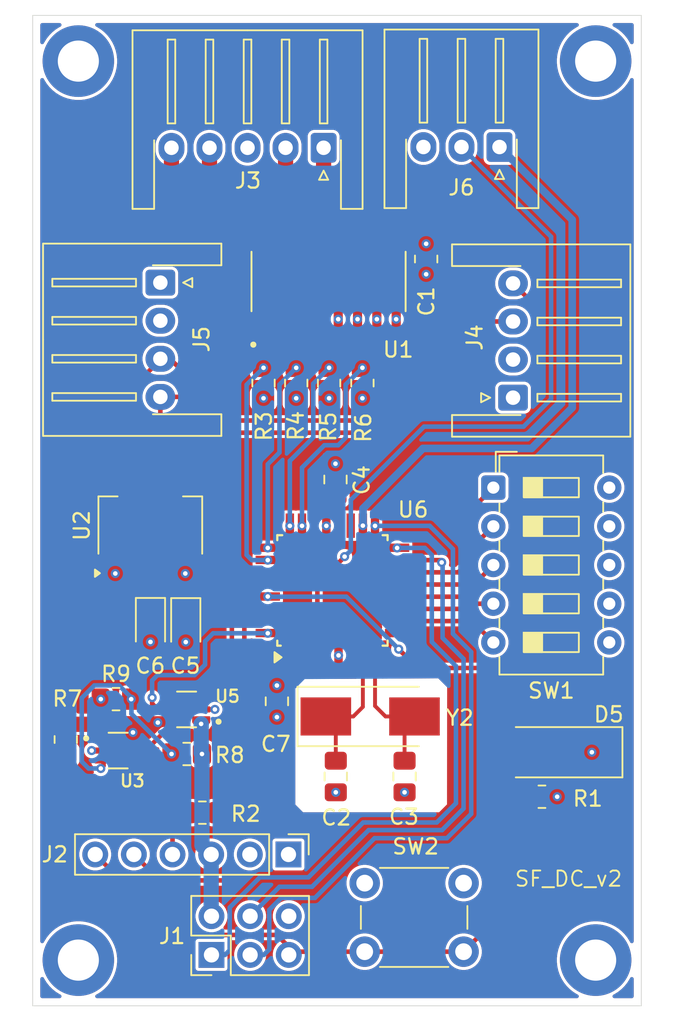
<source format=kicad_pcb>
(kicad_pcb (version 20241229) (generator "pcbnew") (generator_version "9.0")
  (layers (0 "F.Cu" signal) (4 "In1.Cu" signal) (6 "In2.Cu" signal) (2 "B.Cu" signal) (13 "F.Paste" user) (15 "B.Paste" user) (5 "F.SilkS" user "F.Silkscreen") (7 "B.SilkS" user "B.Silkscreen") (1 "F.Mask" user) (3 "B.Mask" user) (25 "Edge.Cuts" user))
  (net 0 "")
  (net 1 "/Microcontroller/XTAL1")
  (net 2 "GND")
  (net 3 "/Microcontroller/XTAL2")
  (net 4 "+5V")
  (net 5 "/Microcontroller/RESET")
  (net 6 "/Motor Control/MOTOR_A")
  (net 7 "/Motor Control/MOTOR_B")
  (net 8 "/Motor Control/MOTOR_C")
  (net 9 "/Motor Control/MOTOR_D")
  (net 10 "/Microcontroller/ICSP_SCK")
  (net 11 "/Microcontroller/ICSP_MISO")
  (net 12 "/Microcontroller/ICSP_MOSI")
  (net 13 "/Microcontroller/FTDI_RX")
  (net 14 "Net-(J2-Pin_4)")
  (net 15 "/SDA")
  (net 16 "/SCL")
  (net 17 "/ENDSTOP")
  (net 18 "/Microcontroller/MOTOR_CONT_A")
  (net 19 "/Microcontroller/MOTOR_CONT_B")
  (net 20 "/Microcontroller/MOTOR_CONT_C")
  (net 21 "/Microcontroller/MOTOR_CONT_D")
  (net 22 "/Microcontroller/FTDI_TX")
  (net 23 "/Microcontroller/ADDR_2")
  (net 24 "/Microcontroller/ADDR_3")
  (net 25 "/Microcontroller/ADDR_0")
  (net 26 "/Microcontroller/ADDR_4")
  (net 27 "/Microcontroller/ADDR_1")
  (net 28 "+12V")
  (net 29 "/5V_IN")
  (net 30 "/5V_COMM")
  (net 31 "Net-(U3-ST)")
  (net 32 "Net-(U3-~{CE})")
  (net 33 "/PWR_ST")
  (net 39 "Net-(U6-AREF)")
  (footprint "Resistor_SMD:R_0805_2012Metric_Pad1.20x1.40mm_HandSolder" (layer "F.Cu") (at 133.205 105.285)
    (property "Reference" "R9")
    (property "Value" "15k")
  )
  (footprint "Connector_PinHeader_2.54mm:PinHeader_2x03_P2.54mm_Vertical" (layer "F.Cu") (at 139.48 122.07 90)
    (property "Reference" "J1")
    (property "Value" "ICSP")
  )
  (footprint "MountingHole:MountingHole_2.7mm_M2.5_DIN965_Pad_TopBottom" (layer "F.Cu") (at 130.73 63.4125)
    (property "Reference" "H1" (hide yes))
    (property "Value" "MountingHole")
  )
  (footprint "Diode_SMD:D_SMA_Handsoldering" (layer "F.Cu") (at 161.98 108.77 180)
    (property "Reference" "D5")
    (property "Value" "1N4007")
  )
  (footprint "LM66100DCKR:SOT65P210X110-6N" (layer "F.Cu") (at 133.345 108.66)
    (property "Reference" "U3")
    (property "Value" "LM66100DCKR")
  )
  (footprint "Button_Switch_THT:SW_PUSH_6mm" (layer "F.Cu") (at 156.05 121.86 180)
    (property "Reference" "SW2")
    (property "Value" "SW_Push")
  )
  (footprint "LED_SMD:LED_0805_2012Metric_Pad1.15x1.40mm_HandSolder" (layer "F.Cu") (at 135.47 100.505 -90)
    (property "Reference" "C6")
    (property "Value" "10uF")
  )
  (footprint "Resistor_SMD:R_0805_2012Metric_Pad1.20x1.40mm_HandSolder" (layer "F.Cu") (at 147.21 84.54 -90)
    (property "Reference" "R5")
    (property "Value" "2.5K")
  )
  (footprint "Resistor_SMD:R_0805_2012Metric_Pad1.20x1.40mm_HandSolder" (layer "F.Cu") (at 153.59 76.4 90)
    (property "Reference" "C1")
    (property "Value" "10uF")
  )
  (footprint "Capacitor_SMD:C_0805_2012Metric_Pad1.18x1.45mm_HandSolder" (layer "F.Cu") (at 147.65 110.3625 90)
    (property "Reference" "C2")
    (property "Value" "18pF")
  )
  (footprint "Connector_JST:JST_XH_S3B-XH-A-1_1x03_P2.50mm_Horizontal" (layer "F.Cu") (at 158.41 69.05 180)
    (property "Reference" "J6")
    (property "Value" "ENDSTOP")
  )
  (footprint "MountingHole:MountingHole_2.7mm_M2.5_DIN965_Pad_TopBottom" (layer "F.Cu") (at 164.73 63.4125)
    (property "Reference" "H2" (hide yes))
    (property "Value" "MountingHole")
  )
  (footprint "Capacitor_SMD:C_0805_2012Metric_Pad1.18x1.45mm_HandSolder" (layer "F.Cu") (at 152.17 110.3625 90)
    (property "Reference" "C3")
    (property "Value" "18pF")
  )
  (footprint "Crystal:Crystal_SMD_0603-2Pin_6.0x3.5mm_HandSoldering" (layer "F.Cu") (at 149.91 106.4225)
    (property "Reference" "Y2")
    (property "Value" "16 MHz")
  )
  (footprint "Package_QFP:TQFP-32_7x7mm_P0.8mm" (layer "F.Cu") (at 147.43 98.15 90)
    (property "Reference" "U6")
    (property "Value" "ATmega328PB-A")
  )
  (footprint "Package_TO_SOT_SMD:SOT-223-3_TabPin2" (layer "F.Cu") (at 135.46 93.89 90)
    (property "Reference" "U2")
    (property "Value" "LD1117S50TR_SOT223")
  )
  (footprint "Capacitor_SMD:C_0805_2012Metric_Pad1.18x1.45mm_HandSolder" (layer "F.Cu") (at 147.63 90.8725 90)
    (property "Reference" "C4")
    (property "Value" ".1uF")
  )
  (footprint "Button_Switch_THT:SW_DIP_SPSTx05_Slide_6.7x14.26mm_W7.62mm_P2.54mm_LowProfile" (layer "F.Cu") (at 158.005 91.4025)
    (property "Reference" "SW1")
    (property "Value" "ADDR SELECTOR")
  )
  (footprint "Connector_JST:JST_XH_S4B-XH-A-1_1x04_P2.50mm_Horizontal" (layer "F.Cu") (at 159.3 85.5 90)
    (property "Reference" "J4")
    (property "Value" "DATA_IN")
  )
  (footprint "Resistor_SMD:R_0805_2012Metric_Pad1.20x1.40mm_HandSolder" (layer "F.Cu") (at 137.855 108.885)
    (property "Reference" "R8")
    (property "Value" "10k")
  )
  (footprint "Resistor_SMD:R_0805_2012Metric_Pad1.20x1.40mm_HandSolder" (layer "F.Cu") (at 138.88 112.735 180)
    (property "Reference" "R2")
    (property "Value" "1k")
  )
  (footprint "Connector_PinHeader_2.54mm:PinHeader_1x06_P2.54mm_Vertical" (layer "F.Cu") (at 144.54 115.48 -90)
    (property "Reference" "J2")
    (property "Value" "FTDI")
  )
  (footprint "Connector_JST:JST_XH_S5B-XH-A-1_1x05_P2.50mm_Horizontal" (layer "F.Cu") (at 146.85 69.1 180)
    (property "Reference" "J3")
    (property "Value" "MOTOR")
  )
  (footprint "LM66100DCKR:SOT65P210X110-6N" (layer "F.Cu") (at 137.845 105.96 180)
    (property "Reference" "U5")
    (property "Value" "LM66100DCKR")
  )
  (footprint "MountingHole:MountingHole_2.7mm_M2.5_DIN965_Pad_TopBottom" (layer "F.Cu") (at 164.73 122.4125)
    (property "Reference" "H4" (hide yes))
    (property "Value" "MountingHole")
  )
  (footprint "Resistor_SMD:R_0805_2012Metric_Pad1.20x1.40mm_HandSolder" (layer "F.Cu") (at 142.9 84.54 -90)
    (property "Reference" "R3")
    (property "Value" "2.5K")
  )
  (footprint "MountingHole:MountingHole_2.7mm_M2.5_DIN965_Pad_TopBottom" (layer "F.Cu") (at 130.73 122.4125)
    (property "Reference" "H3" (hide yes))
    (property "Value" "MountingHole")
  )
  (footprint "Resistor_SMD:R_0805_2012Metric_Pad1.20x1.40mm_HandSolder" (layer "F.Cu") (at 161.2 111.69 180)
    (property "Reference" "R1")
    (property "Value" "500R")
  )
  (footprint "Resistor_SMD:R_0805_2012Metric_Pad1.20x1.40mm_HandSolder" (layer "F.Cu") (at 149.4 84.54 -90)
    (property "Reference" "R6")
    (property "Value" "2.5K")
  )
  (footprint "Resistor_SMD:R_0805_2012Metric_Pad1.20x1.40mm_HandSolder" (layer "F.Cu") (at 145.05 84.54 -90)
    (property "Reference" "R4")
    (property "Value" "2.5K")
  )
  (footprint "Resistor_SMD:R_0805_2012Metric_Pad1.20x1.40mm_HandSolder" (layer "F.Cu") (at 129.905 107.935 90)
    (property "Reference" "R7")
    (property "Value" "10k")
  )
  (footprint "LED_SMD:LED_0805_2012Metric_Pad1.15x1.40mm_HandSolder" (layer "F.Cu") (at 137.79 100.515 -90)
    (property "Reference" "C5")
    (property "Value" "100uF")
  )
  (footprint "Capacitor_SMD:C_0805_2012Metric_Pad1.18x1.45mm_HandSolder" (layer "F.Cu") (at 143.78 105.4275 90)
    (property "Reference" "C7")
    (property "Value" "10uF")
  )
  (footprint "Connector_JST:JST_XH_S4B-XH-A-1_1x04_P2.50mm_Horizontal" (layer "F.Cu") (at 136.12 77.95 -90)
    (property "Reference" "J5")
    (property "Value" "DATA_OUT")
  )
  (footprint "TPL7407LDR:SOIC127P600X175-16N" (layer "F.Cu") (at 147.175 77.875 90)
    (property "Reference" "U1")
    (property "Value" "TPL7407LDR")
  )
  (gr_line (start 127.73 125.4125) (end 167.73 125.4125) (stroke (width 0.05)) (layer "Edge.Cuts"))
  (gr_line (start 167.73 60.4125) (end 127.73 60.4125) (stroke (width 0.05)) (layer "Edge.Cuts"))
  (gr_line (start 167.73 125.4125) (end 167.73 60.4125) (stroke (width 0.05)) (layer "Edge.Cuts"))
  (gr_line (start 127.73 60.4125) (end 127.73 125.4125) (stroke (width 0.05)) (layer "Edge.Cuts"))
  (gr_text "SF_DC_v2" (at 159.34 117.66 0) (layer "F.SilkS") (effects (font (size 1 1) (thickness 0.125)) (justify left bottom)))
  (segment (start 147.65 106.4825) (end 147.71 106.4225) (width 0.254) (layer "F.Cu") (net 1))
  (segment (start 147.71 106.4225) (end 148.8 106.4225) (width 0.254) (layer "F.Cu") (net 1))
  (segment (start 147.65 109.4125) (end 147.65 106.4825) (width 0.254) (layer "F.Cu") (net 1))
  (segment (start 148.8 106.4225) (end 149.43 105.7925) (width 0.254) (layer "F.Cu") (net 1))
  (segment (start 149.43 105.7925) (end 149.43 102.4125) (width 0.254) (layer "F.Cu") (net 1))
  (segment (start 132.385 108.66) (end 131.605 108.66) (width 0.3) (layer "F.Cu") (net 2))
  (segment (start 138.805 105.96) (end 139.705 105.96) (width 0.3) (layer "F.Cu") (net 2))
  (via (at 143.78 106.465) (size 0.6) (drill 0.3) (layers "F.Cu" "B.Cu") (net 2))
  (via (at 147.63 89.835) (size 0.6) (drill 0.3) (layers "F.Cu" "B.Cu") (net 2))
  (via (at 147.65 111.4) (size 0.6) (drill 0.3) (layers "F.Cu" "B.Cu") (net 2))
  (via (at 153.59 77.4) (size 0.6) (drill 0.3) (layers "F.Cu" "B.Cu") (net 2))
  (via (at 151.62 80.35) (size 0.6) (drill 0.3) (layers "F.Cu" "B.Cu") (net 2))
  (via (at 149.4 85.54) (size 0.6) (drill 0.3) (layers "F.Cu" "B.Cu") (net 2))
  (via (at 132.205 105.285) (size 0.6) (drill 0.3) (layers "F.Cu" "B.Cu") (net 2))
  (via (at 147.81 80.35) (size 0.6) (drill 0.3) (layers "F.Cu" "B.Cu") (net 2))
  (via (at 147.03 93.9125) (size 0.6) (drill 0.3) (layers "F.Cu" "B.Cu") (net 2))
  (via (at 135.47 101.53) (size 0.6) (drill 0.3) (layers "F.Cu" "B.Cu") (net 2))
  (via (at 142.9 85.54) (size 0.6) (drill 0.3) (layers "F.Cu" "B.Cu") (net 2))
  (via (at 133.16 97.04) (size 0.6) (drill 0.3) (layers "F.Cu" "B.Cu") (net 2))
  (via (at 131.605 108.66) (size 0.6) (drill 0.3) (layers "F.Cu" "B.Cu") (net 2))
  (via (at 152.17 111.4) (size 0.6) (drill 0.3) (layers "F.Cu" "B.Cu") (net 2))
  (via (at 147.83 102.4125) (size 0.6) (drill 0.3) (layers "F.Cu" "B.Cu") (net 2))
  (via (at 149.08 80.35) (size 0.6) (drill 0.3) (layers "F.Cu" "B.Cu") (net 2))
  (via (at 145.05 85.54) (size 0.6) (drill 0.3) (layers "F.Cu" "B.Cu") (net 2))
  (via (at 137.79 101.54) (size 0.6) (drill 0.3) (layers "F.Cu" "B.Cu") (net 2))
  (via (at 139.705 105.96) (size 0.6) (drill 0.3) (layers "F.Cu" "B.Cu") (net 2))
  (via (at 150.35 80.35) (size 0.6) (drill 0.3) (layers "F.Cu" "B.Cu") (net 2))
  (via (at 147.21 85.54) (size 0.6) (drill 0.3) (layers "F.Cu" "B.Cu") (net 2))
  (segment (start 152.11 106.4225) (end 150.92 106.4225) (width 0.254) (layer "F.Cu") (net 3))
  (segment (start 150.23 105.7325) (end 150.23 102.4125) (width 0.254) (layer "F.Cu") (net 3))
  (segment (start 152.17 106.4825) (end 152.11 106.4225) (width 0.254) (layer "F.Cu") (net 3))
  (segment (start 150.92 106.4225) (end 150.23 105.7325) (width 0.254) (layer "F.Cu") (net 3))
  (segment (start 152.17 109.4125) (end 152.17 106.4825) (width 0.254) (layer "F.Cu") (net 3))
  (segment (start 146.85 103.6925) (end 147.03 103.5125) (width 0.5) (layer "F.Cu") (net 4))
  (segment (start 143.78 104.39) (end 144.4775 103.6925) (width 0.5) (layer "F.Cu") (net 4))
  (segment (start 144.4775 103.6925) (end 146.85 103.6925) (width 0.5) (layer "F.Cu") (net 4))
  (segment (start 147.03 103.5125) (end 147.03 102.4125) (width 0.5) (layer "F.Cu") (net 4))
  (via (at 149.43 93.9) (size 0.6) (drill 0.3) (layers "F.Cu" "B.Cu") (net 4))
  (via (at 134.32 107.47) (size 0.6) (drill 0.3) (layers "F.Cu" "B.Cu") (net 4))
  (via (at 164.48 108.77) (size 0.6) (drill 0.3) (layers "F.Cu" "B.Cu") (net 4))
  (via (at 135.955 106.824518) (size 0.6) (drill 0.3) (layers "F.Cu" "B.Cu") (net 4))
  (via (at 143.78 104.39) (size 0.6) (drill 0.3) (layers "F.Cu" "B.Cu") (net 4))
  (via (at 162.2 111.69) (size 0.6) (drill 0.3) (layers "F.Cu" "B.Cu") (net 4))
  (segment (start 153.38 88.83) (end 160.52 88.83) (width 0.5) (layer "B.Cu") (net 4))
  (segment (start 160.52 88.83) (end 163.19 86.16) (width 0.5) (layer "B.Cu") (net 4))
  (segment (start 163.19 86.16) (end 163.19 73.83) (width 0.5) (layer "B.Cu") (net 4))
  (segment (start 149.44 93.89) (end 149.44 92.77) (width 0.5) (layer "B.Cu") (net 4))
  (segment (start 149.43 93.9) (end 149.44 93.89) (width 0.5) (layer "B.Cu") (net 4))
  (segment (start 149.44 92.77) (end 153.38 88.83) (width 0.5) (layer "B.Cu") (net 4))
  (segment (start 163.19 73.83) (end 158.41 69.05) (width 0.5) (layer "B.Cu") (net 4))
  (segment (start 153.02 103.24) (end 157.16 103.24) (width 0.3) (layer "F.Cu") (net 5))
  (segment (start 160.2 111.69) (end 160.2 110.66) (width 0.3) (layer "F.Cu") (net 5))
  (segment (start 160.2 117.71) (end 160.2 111.69) (width 0.3) (layer "F.Cu") (net 5))
  (segment (start 156.05 121.86) (end 160.2 117.71) (width 0.3) (layer "F.Cu") (net 5))
  (segment (start 149.55 121.86) (end 156.05 121.86) (width 0.3) (layer "F.Cu") (net 5))
  (segment (start 149.55 121.86) (end 144.77 121.86) (width 0.3) (layer "F.Cu") (net 5))
  (segment (start 159.49 108.76) (end 159.48 108.77) (width 0.3) (layer "F.Cu") (net 5))
  (segment (start 159.48 109.94) (end 159.48 108.77) (width 0.3) (layer "F.Cu") (net 5))
  (segment (start 144.56 122.07) (end 144.56 121.54) (width 0.3) (layer "F.Cu") (net 5))
  (segment (start 160.2 110.66) (end 159.48 109.94) (width 0.3) (layer "F.Cu") (net 5))
  (segment (start 151.785 102.005) (end 153.02 103.24) (width 0.3) (layer "F.Cu") (net 5))
  (segment (start 144.77 121.86) (end 144.56 122.07) (width 0.3) (layer "F.Cu") (net 5))
  (segment (start 143.78 120.76) (end 137.12 120.76) (width 0.3) (layer "F.Cu") (net 5))
  (segment (start 137.12 120.76) (end 131.84 115.48) (width 0.3) (layer "F.Cu") (net 5))
  (segment (start 159.49 105.57) (end 159.49 108.76) (width 0.3) (layer "F.Cu") (net 5))
  (segment (start 157.16 103.24) (end 159.49 105.57) (width 0.3) (layer "F.Cu") (net 5))
  (segment (start 144.56 121.54) (end 143.78 120.76) (width 0.3) (layer "F.Cu") (net 5))
  (via (at 143.18 98.55) (size 0.6) (drill 0.3) (layers "F.Cu" "B.Cu") (net 5))
  (via (at 151.785 102.005) (size 0.6) (drill 0.3) (layers "F.Cu" "B.Cu") (net 5))
  (segment (start 143.18 98.55) (end 143.1925 98.5625) (width 0.3) (layer "B.Cu") (net 5))
  (segment (start 143.1925 98.5625) (end 148.3425 98.5625) (width 0.3) (layer "B.Cu") (net 5))
  (segment (start 148.3425 98.5625) (end 151.785 102.005) (width 0.3) (layer "B.Cu") (net 5))
  (segment (start 139.44 73.33) (end 141.85 73.33) (width 1) (layer "F.Cu") (net 6))
  (segment (start 136.85 70.74) (end 139.44 73.33) (width 1) (layer "F.Cu") (net 6))
  (segment (start 136.85 69.1) (end 136.85 70.74) (width 1) (layer "F.Cu") (net 6))
  (segment (start 141.85 73.33) (end 142.73 74.21) (width 1) (layer "F.Cu") (net 6))
  (segment (start 142.73 74.21) (end 142.73 75.4) (width 1) (layer "F.Cu") (net 6))
  (segment (start 140.24 71.48) (end 142.35 71.48) (width 1) (layer "F.Cu") (net 7))
  (segment (start 139.35 69.1) (end 139.35 70.59) (width 1) (layer "F.Cu") (net 7))
  (segment (start 142.35 71.48) (end 144 73.13) (width 1) (layer "F.Cu") (net 7))
  (segment (start 139.35 70.59) (end 140.24 71.48) (width 1) (layer "F.Cu") (net 7))
  (segment (start 144 73.13) (end 144 75.4) (width 1) (layer "F.Cu") (net 7))
  (segment (start 144.35 69.1) (end 144.35 71.03) (width 1) (layer "F.Cu") (net 8))
  (segment (start 145.27 71.95) (end 145.27 75.4) (width 1) (layer "F.Cu") (net 8))
  (segment (start 144.35 71.03) (end 145.27 71.95) (width 1) (layer "F.Cu") (net 8))
  (segment (start 146.54 71.25) (end 146.54 75.4) (width 1) (layer "F.Cu") (net 9))
  (segment (start 146.85 69.1) (end 146.85 70.94) (width 1) (layer "F.Cu") (net 9))
  (segment (start 146.85 70.94) (end 146.54 71.25) (width 1) (layer "F.Cu") (net 9))
  (via (at 150.23 93.9125) (size 0.6) (drill 0.3) (layers "F.Cu" "B.Cu") (net 10))
  (segment (start 143.28 119.111529) (end 143.28 121.71) (width 0.3) (layer "B.Cu") (net 10))
  (segment (start 155.35 100.995) (end 156.55 102.195) (width 0.3) (layer "B.Cu") (net 10))
  (segment (start 155.35 95.44) (end 155.35 100.995) (width 0.3) (layer "B.Cu") (net 10))
  (segment (start 143.28 121.71) (end 142.92 122.07) (width 0.3) (layer "B.Cu") (net 10))
  (segment (start 153.8225 93.9125) (end 155.35 95.44) (width 0.3) (layer "B.Cu") (net 10))
  (segment (start 154.955 114.41) (end 150.2 114.41) (width 0.3) (layer "B.Cu") (net 10))
  (segment (start 156.55 102.195) (end 156.55 112.815) (width 0.3) (layer "B.Cu") (net 10))
  (segment (start 142.92 122.07) (end 142.02 122.07) (width 0.3) (layer "B.Cu") (net 10))
  (segment (start 144.062529 118.329) (end 143.28 119.111529) (width 0.3) (layer "B.Cu") (net 10))
  (segment (start 146.281 118.329) (end 144.062529 118.329) (width 0.3) (layer "B.Cu") (net 10))
  (segment (start 156.55 112.815) (end 154.955 114.41) (width 0.3) (layer "B.Cu") (net 10))
  (segment (start 150.23 93.9125) (end 153.8225 93.9125) (width 0.3) (layer "B.Cu") (net 10))
  (segment (start 150.2 114.41) (end 146.281 118.329) (width 0.3) (layer "B.Cu") (net 10))
  (via (at 151.68 95.3625) (size 0.6) (drill 0.3) (layers "F.Cu" "B.Cu") (net 11))
  (segment (start 140.37 122.07) (end 140.68 121.76) (width 0.3) (layer "B.Cu") (net 11))
  (segment (start 142.66 116.98) (end 145.85 116.98) (width 0.3) (layer "B.Cu") (net 11))
  (segment (start 155.548 112.117) (end 155.548 103.118) (width 0.3) (layer "B.Cu") (net 11))
  (segment (start 145.85 116.98) (end 149.45 113.38) (width 0.3) (layer "B.Cu") (net 11))
  (segment (start 155.548 103.118) (end 153.96 101.53) (width 0.3) (layer "B.Cu") (net 11))
  (segment (start 149.601479 113.38) (end 149.60248 113.379) (width 0.3) (layer "B.Cu") (net 11))
  (segment (start 140.68 118.96) (end 142.66 116.98) (width 0.3) (layer "B.Cu") (net 11))
  (segment (start 149.60248 113.379) (end 154.286 113.379) (width 0.3) (layer "B.Cu") (net 11))
  (segment (start 153.96 95.82) (end 153.5025 95.3625) (width 0.3) (layer "B.Cu") (net 11))
  (segment (start 140.68 121.76) (end 140.68 118.96) (width 0.3) (layer "B.Cu") (net 11))
  (segment (start 139.48 122.07) (end 140.37 122.07) (width 0.3) (layer "B.Cu") (net 11))
  (segment (start 154.286 113.379) (end 155.548 112.117) (width 0.3) (layer "B.Cu") (net 11))
  (segment (start 153.5025 95.3625) (end 151.68 95.3625) (width 0.3) (layer "B.Cu") (net 11))
  (segment (start 149.45 113.38) (end 149.601479 113.38) (width 0.3) (layer "B.Cu") (net 11))
  (segment (start 153.96 101.53) (end 153.96 95.82) (width 0.3) (layer "B.Cu") (net 11))
  (segment (start 154.61 96.3125) (end 154.61 96.2525) (width 0.3) (layer "F.Cu") (net 12))
  (segment (start 154.61 96.2525) (end 154.52 96.1625) (width 0.3) (layer "F.Cu") (net 12))
  (segment (start 154.52 96.1625) (end 151.68 96.1625) (width 0.3) (layer "F.Cu") (net 12))
  (via (at 154.61 96.3125) (size 0.6) (drill 0.3) (layers "F.Cu" "B.Cu") (net 12))
  (segment (start 156.049 102.649) (end 156.049 112.466) (width 0.3) (layer "B.Cu") (net 12))
  (segment (start 154.67 96.3725) (end 154.67 101.27) (width 0.3) (layer "B.Cu") (net 12))
  (segment (start 154.67 101.27) (end 156.049 102.649) (width 0.3) (layer "B.Cu") (net 12))
  (segment (start 156.049 112.466) (end 154.635 113.88) (width 0.3) (layer "B.Cu") (net 12))
  (segment (start 143.95 117.6) (end 142.02 119.53) (width 0.3) (layer "B.Cu") (net 12))
  (segment (start 154.61 96.3125) (end 154.67 96.3725) (width 0.3) (layer "B.Cu") (net 12))
  (segment (start 149.81 113.88) (end 146.09 117.6) (width 0.3) (layer "B.Cu") (net 12))
  (segment (start 146.09 117.6) (end 143.95 117.6) (width 0.3) (layer "B.Cu") (net 12))
  (segment (start 154.635 113.88) (end 149.81 113.88) (width 0.3) (layer "B.Cu") (net 12))
  (segment (start 134.38 115.48) (end 136.08 117.18) (width 0.3) (layer "F.Cu") (net 13))
  (segment (start 141.64 113.47) (end 141.64 100.45) (width 0.3) (layer "F.Cu") (net 13))
  (segment (start 141.64 100.45) (end 141.94 100.15) (width 0.3) (layer "F.Cu") (net 13))
  (segment (start 136.08 117.18) (end 140.31 117.18) (width 0.3) (layer "F.Cu") (net 13))
  (segment (start 141.94 100.15) (end 143.18 100.15) (width 0.3) (layer "F.Cu") (net 13))
  (segment (start 140.31 117.18) (end 140.661 116.829) (width 0.3) (layer "F.Cu") (net 13))
  (segment (start 140.661 114.449) (end 141.64 113.47) (width 0.3) (layer "F.Cu") (net 13))
  (segment (start 140.661 116.829) (end 140.661 114.449) (width 0.3) (layer "F.Cu") (net 13))
  (segment (start 136.92 113.695) (end 136.92 115.48) (width 0.3) (layer "F.Cu") (net 14))
  (segment (start 137.88 112.735) (end 136.92 113.695) (width 0.3) (layer "F.Cu") (net 14))
  (segment (start 136.93 115.47) (end 136.92 115.48) (width 0.3) (layer "F.Cu") (net 14))
  (segment (start 140 87.8) (end 151.94 87.8) (width 0.3) (layer "F.Cu") (net 15))
  (segment (start 140.95 91.38) (end 140.95 96.2) (width 0.3) (layer "F.Cu") (net 15))
  (segment (start 157.941 81.799) (end 159.911 81.799) (width 0.3) (layer "F.Cu") (net 15))
  (segment (start 136.12 85.45) (end 136.12 86.55) (width 0.3) (layer "F.Cu") (net 15))
  (segment (start 136.12 86.55) (end 140.95 91.38) (width 0.3) (layer "F.Cu") (net 15))
  (segment (start 160.69 81.02) (end 160.69 79.39) (width 0.3) (layer "F.Cu") (net 15))
  (segment (start 136.12 85.45) (end 137.65 85.45) (width 0.3) (layer "F.Cu") (net 15))
  (segment (start 137.65 85.45) (end 140 87.8) (width 0.3) (layer "F.Cu") (net 15))
  (segment (start 159.911 81.799) (end 160.69 81.02) (width 0.3) (layer "F.Cu") (net 15))
  (segment (start 140.95 96.2) (end 141.7125 96.9625) (width 0.3) (layer "F.Cu") (net 15))
  (segment (start 141.7125 96.9625) (end 143.18 96.9625) (width 0.3) (layer "F.Cu") (net 15))
  (segment (start 160.69 79.39) (end 159.3 78) (width 0.3) (layer "F.Cu") (net 15))
  (segment (start 151.94 87.8) (end 157.941 81.799) (width 0.3) (layer "F.Cu") (net 15))
  (segment (start 140.03 91.86) (end 134.794 86.624) (width 0.3) (layer "F.Cu") (net 16))
  (segment (start 140.81 87) (end 151.02 87) (width 0.3) (layer "F.Cu") (net 16))
  (segment (start 134.794 84.336) (end 136.12 83.01) (width 0.3) (layer "F.Cu") (net 16))
  (segment (start 136.12 83.01) (end 136.12 82.95) (width 0.3) (layer "F.Cu") (net 16))
  (segment (start 143.18 97.7625) (end 141.1825 97.7625) (width 0.3) (layer "F.Cu") (net 16))
  (segment (start 134.794 86.624) (end 134.794 84.336) (width 0.3) (layer "F.Cu") (net 16))
  (segment (start 140.03 96.61) (end 140.03 91.86) (width 0.3) (layer "F.Cu") (net 16))
  (segment (start 151.02 87) (end 157.52 80.5) (width 0.3) (layer "F.Cu") (net 16))
  (segment (start 136.76 82.95) (end 140.81 87) (width 0.3) (layer "F.Cu") (net 16))
  (segment (start 141.1825 97.7625) (end 140.03 96.61) (width 0.3) (layer "F.Cu") (net 16))
  (segment (start 157.52 80.5) (end 159.3 80.5) (width 0.3) (layer "F.Cu") (net 16))
  (segment (start 136.12 82.95) (end 136.76 82.95) (width 0.3) (layer "F.Cu") (net 16))
  (segment (start 146.44 99.5025) (end 144.63 101.3125) (width 0.3) (layer "F.Cu") (net 17))
  (segment (start 144.63 101.3125) (end 144.63 102.4125) (width 0.3) (layer "F.Cu") (net 17))
  (segment (start 148.23 95.94) (end 146.44 97.73) (width 0.3) (layer "F.Cu") (net 17))
  (segment (start 146.44 97.73) (end 146.44 99.5025) (width 0.3) (layer "F.Cu") (net 17))
  (segment (start 148.23 95.93) (end 148.23 95.94) (width 0.3) (layer "F.Cu") (net 17))
  (via (at 148.23 95.93) (size 0.6) (drill 0.3) (layers "F.Cu" "B.Cu") (net 17))
  (segment (start 148.64 92.21) (end 153.45 87.4) (width 0.3) (layer "B.Cu") (net 17))
  (segment (start 159.99 87.4) (end 161.8 85.59) (width 0.3) (layer "B.Cu") (net 17))
  (segment (start 153.45 87.4) (end 159.99 87.4) (width 0.3) (layer "B.Cu") (net 17))
  (segment (start 161.8 85.59) (end 161.8 74.94) (width 0.3) (layer "B.Cu") (net 17))
  (segment (start 161.8 74.94) (end 155.91 69.05) (width 0.3) (layer "B.Cu") (net 17))
  (segment (start 148.64 95.52) (end 148.64 92.21) (width 0.3) (layer "B.Cu") (net 17))
  (segment (start 148.23 95.93) (end 148.64 95.52) (width 0.3) (layer "B.Cu") (net 17))
  (segment (start 142.73 80.35) (end 142.73 83.37) (width 0.3) (layer "F.Cu") (net 18))
  (segment (start 142.73 83.37) (end 142.9 83.54) (width 0.3) (layer "F.Cu") (net 18))
  (via (at 143.18 96.1625) (size 0.6) (drill 0.3) (layers "F.Cu" "B.Cu") (net 18))
  (via (at 142.9 83.54) (size 0.6) (drill 0.3) (layers "F.Cu" "B.Cu") (net 18))
  (segment (start 141.79 84.65) (end 142.9 83.54) (width 0.3) (layer "B.Cu") (net 18))
  (segment (start 141.79 95.82) (end 141.79 84.65) (width 0.3) (layer "B.Cu") (net 18))
  (segment (start 142.1325 96.1625) (end 141.79 95.82) (width 0.3) (layer "B.Cu") (net 18))
  (segment (start 143.18 96.1625) (end 142.1325 96.1625) (width 0.3) (layer "B.Cu") (net 18))
  (segment (start 144 82.49) (end 145.05 83.54) (width 0.3) (layer "F.Cu") (net 19))
  (segment (start 144 80.35) (end 144 82.49) (width 0.3) (layer "F.Cu") (net 19))
  (via (at 145.05 83.54) (size 0.6) (drill 0.3) (layers "F.Cu" "B.Cu") (net 19))
  (via (at 143.18 95.3625) (size 0.6) (drill 0.3) (layers "F.Cu" "B.Cu") (net 19))
  (segment (start 143.95 89.1) (end 143.18 89.87) (width 0.3) (layer "B.Cu") (net 19))
  (segment (start 143.95 84.64) (end 143.95 89.1) (width 0.3) (layer "B.Cu") (net 19))
  (segment (start 145.05 83.54) (end 143.95 84.64) (width 0.3) (layer "B.Cu") (net 19))
  (segment (start 143.18 89.87) (end 143.18 95.3625) (width 0.3) (layer "B.Cu") (net 19))
  (segment (start 147.21 83.44) (end 147.21 83.54) (width 0.3) (layer "F.Cu") (net 20))
  (segment (start 145.27 81.5) (end 147.21 83.44) (width 0.3) (layer "F.Cu") (net 20))
  (segment (start 145.27 80.35) (end 145.27 81.5) (width 0.3) (layer "F.Cu") (net 20))
  (via (at 144.63 93.9125) (size 0.6) (drill 0.3) (layers "F.Cu" "B.Cu") (net 20))
  (via (at 147.21 83.54) (size 0.6) (drill 0.3) (layers "F.Cu" "B.Cu") (net 20))
  (segment (start 146.17 84.58) (end 146.17 88.11) (width 0.3) (layer "B.Cu") (net 20))
  (segment (start 147.21 83.54) (end 146.17 84.58) (width 0.3) (layer "B.Cu") (net 20))
  (segment (start 144.63 89.65) (end 144.63 93.9125) (width 0.3) (layer "B.Cu") (net 20))
  (segment (start 146.17 88.11) (end 144.63 89.65) (width 0.3) (layer "B.Cu") (net 20))
  (segment (start 147.06 82.09) (end 148.88 82.09) (width 0.3) (layer "F.Cu") (net 21))
  (segment (start 149.4 82.61) (end 149.4 83.54) (width 0.3) (layer "F.Cu") (net 21))
  (segment (start 148.88 82.09) (end 149.4 82.61) (width 0.3) (layer "F.Cu") (net 21))
  (segment (start 146.54 81.57) (end 147.06 82.09) (width 0.3) (layer "F.Cu") (net 21))
  (segment (start 146.54 80.35) (end 146.54 81.57) (width 0.3) (layer "F.Cu") (net 21))
  (via (at 149.4 83.54) (size 0.6) (drill 0.3) (layers "F.Cu" "B.Cu") (net 21))
  (via (at 145.43 93.9125) (size 0.6) (drill 0.3) (layers "F.Cu" "B.Cu") (net 21))
  (segment (start 147.81 88.62) (end 148.3 88.13) (width 0.3) (layer "B.Cu") (net 21))
  (segment (start 145.43 90.09) (end 146.9 88.62) (width 0.3) (layer "B.Cu") (net 21))
  (segment (start 146.9 88.62) (end 147.81 88.62) (width 0.3) (layer "B.Cu") (net 21))
  (segment (start 145.43 93.9125) (end 145.43 90.09) (width 0.3) (layer "B.Cu") (net 21))
  (segment (start 148.3 84.64) (end 149.4 83.54) (width 0.3) (layer "B.Cu") (net 21))
  (segment (start 148.3 88.13) (end 148.3 84.64) (width 0.3) (layer "B.Cu") (net 21))
  (segment (start 139.88 112.735) (end 140.82 111.795) (width 0.3) (layer "F.Cu") (net 22))
  (segment (start 140.82 100.13) (end 141.5875 99.3625) (width 0.3) (layer "F.Cu") (net 22))
  (segment (start 141.5875 99.3625) (end 143.18 99.3625) (width 0.3) (layer "F.Cu") (net 22))
  (segment (start 140.82 111.795) (end 140.82 100.13) (width 0.3) (layer "F.Cu") (net 22))
  (segment (start 158.005 96.485) (end 158.005 96.4825) (width 0.3) (layer "F.Cu") (net 23))
  (segment (start 155.9275 98.5625) (end 158.005 96.485) (width 0.3) (layer "F.Cu") (net 23))
  (segment (start 151.68 98.5625) (end 155.9275 98.5625) (width 0.3) (layer "F.Cu") (net 23))
  (segment (start 156.6175 99.0225) (end 158.005 99.0225) (width 0.3) (layer "F.Cu") (net 24))
  (segment (start 156.2775 99.3625) (end 156.6175 99.0225) (width 0.3) (layer "F.Cu") (net 24))
  (segment (start 151.68 99.3625) (end 156.2775 99.3625) (width 0.3) (layer "F.Cu") (net 24))
  (segment (start 151.68 96.9625) (end 155.6975 96.9625) (width 0.3) (layer "F.Cu") (net 25))
  (segment (start 156.12 96.54) (end 156.12 93.2875) (width 0.3) (layer "F.Cu") (net 25))
  (segment (start 155.6975 96.9625) (end 156.12 96.54) (width 0.3) (layer "F.Cu") (net 25))
  (segment (start 156.12 93.2875) (end 158.005 91.4025) (width 0.3) (layer "F.Cu") (net 25))
  (segment (start 151.68 100.1625) (end 156.605 100.1625) (width 0.3) (layer "F.Cu") (net 26))
  (segment (start 156.605 100.1625) (end 158.005 101.5625) (width 0.3) (layer "F.Cu") (net 26))
  (segment (start 156.79 96.75) (end 156.79 95.15) (width 0.3) (layer "F.Cu") (net 27))
  (segment (start 155.7775 97.7625) (end 156.79 96.75) (width 0.3) (layer "F.Cu") (net 27))
  (segment (start 151.68 97.7625) (end 155.7775 97.7625) (width 0.3) (layer "F.Cu") (net 27))
  (segment (start 157.9975 93.9425) (end 158.005 93.9425) (width 0.3) (layer "F.Cu") (net 27))
  (segment (start 156.79 95.15) (end 157.9975 93.9425) (width 0.3) (layer "F.Cu") (net 27))
  (segment (start 137.79 97.07) (end 137.76 97.04) (width 1) (layer "F.Cu") (net 28))
  (segment (start 137.79 99.49) (end 137.79 97.07) (width 1) (layer "F.Cu") (net 28))
  (segment (start 153.59 75.4) (end 151.62 75.4) (width 1) (layer "F.Cu") (net 28))
  (via (at 153.59 75.4) (size 0.6) (drill 0.3) (layers "F.Cu" "B.Cu") (net 28))
  (via (at 137.76 97.04) (size 0.6) (drill 0.3) (layers "F.Cu" "B.Cu") (net 28))
  (segment (start 135.47 99.48) (end 135.47 97.05) (width 1) (layer "F.Cu") (net 29))
  (segment (start 129.905 106.935) (end 129.905 104.305) (width 1) (layer "F.Cu") (net 29))
  (segment (start 129.905 106.935) (end 131.945 106.935) (width 1) (layer "F.Cu") (net 29))
  (segment (start 129.905 104.305) (end 134.5 99.71) (width 1) (layer "F.Cu") (net 29))
  (segment (start 135.47 97.05) (end 135.46 97.04) (width 1) (layer "F.Cu") (net 29))
  (segment (start 135.24 99.71) (end 135.47 99.48) (width 1) (layer "F.Cu") (net 29))
  (segment (start 134.5 99.71) (end 135.24 99.71) (width 1) (layer "F.Cu") (net 29))
  (segment (start 131.945 106.935) (end 132.35 107.34) (width 1) (layer "F.Cu") (net 29))
  (via (at 138.8 106.91) (size 0.6) (drill 0.3) (layers "F.Cu" "B.Cu") (net 30))
  (via (at 138.855 108.885) (size 0.6) (drill 0.3) (layers "F.Cu" "B.Cu") (net 30))
  (segment (start 139.46 115.48) (end 139.46 119.51) (width 1) (layer "B.Cu") (net 30))
  (segment (start 138.855 114.875) (end 138.855 108.885) (width 1) (layer "B.Cu") (net 30))
  (segment (start 138.805 106.915) (end 138.805 108.835) (width 1) (layer "B.Cu") (net 30))
  (segment (start 139.46 115.48) (end 138.855 114.875) (width 1) (layer "B.Cu") (net 30))
  (segment (start 138.805 108.835) (end 138.855 108.885) (width 1) (layer "B.Cu") (net 30))
  (segment (start 138.8 106.91) (end 138.805 106.915) (width 1) (layer "B.Cu") (net 30))
  (segment (start 139.46 119.51) (end 139.48 119.53) (width 1) (layer "B.Cu") (net 30))
  (segment (start 135.155 108.66) (end 136.355 107.46) (width 0.3) (layer "F.Cu") (net 31))
  (segment (start 137.831 105.670514) (end 138.191514 105.31) (width 0.3) (layer "F.Cu") (net 31))
  (segment (start 137.831 107.034) (end 137.831 105.670514) (width 0.3) (layer "F.Cu") (net 31))
  (segment (start 130.405 110.56) (end 132.705 110.56) (width 0.3) (layer "F.Cu") (net 31))
  (segment (start 133.691514 108.66) (end 134.305 108.66) (width 0.3) (layer "F.Cu") (net 31))
  (segment (start 133.331 109.934) (end 133.331 109.020514) (width 0.3) (layer "F.Cu") (net 31))
  (segment (start 137.405 107.46) (end 137.831 107.034) (width 0.3) (layer "F.Cu") (net 31))
  (segment (start 136.355 107.46) (end 137.405 107.46) (width 0.3) (layer "F.Cu") (net 31))
  (segment (start 134.305 108.66) (end 135.155 108.66) (width 0.3) (layer "F.Cu") (net 31))
  (segment (start 129.905 108.935) (end 129.905 110.06) (width 0.3) (layer "F.Cu") (net 31))
  (segment (start 132.705 110.56) (end 133.331 109.934) (width 0.3) (layer "F.Cu") (net 31))
  (segment (start 138.191514 105.31) (end 138.805 105.31) (width 0.3) (layer "F.Cu") (net 31))
  (segment (start 133.331 109.020514) (end 133.691514 108.66) (width 0.3) (layer "F.Cu") (net 31))
  (segment (start 129.905 110.06) (end 130.405 110.56) (width 0.3) (layer "F.Cu") (net 31))
  (segment (start 132.205 109.835) (end 132.385 109.655) (width 0.3) (layer "F.Cu") (net 32))
  (segment (start 132.385 109.655) (end 132.385 109.31) (width 0.3) (layer "F.Cu") (net 32))
  (via (at 136.855 108.885) (size 0.6) (drill 0.3) (layers "F.Cu" "B.Cu") (net 32))
  (via (at 132.205 109.835) (size 0.6) (drill 0.3) (layers "F.Cu" "B.Cu") (net 32))
  (via (at 134.205 105.285) (size 0.6) (drill 0.3) (layers "F.Cu" "B.Cu") (net 32))
  (segment (start 134.205 105.185) (end 134.205 105.285) (width 0.3) (layer "B.Cu") (net 32))
  (segment (start 134.22 106.25) (end 134.22 105.3) (width 0.3) (layer "B.Cu") (net 32))
  (segment (start 130.954 109.384) (end 130.954 105.211) (width 0.3) (layer "B.Cu") (net 32))
  (segment (start 132.205 109.835) (end 131.405 109.835) (width 0.3) (layer "B.Cu") (net 32))
  (segment (start 131.405 109.835) (end 130.954 109.384) (width 0.3) (layer "B.Cu") (net 32))
  (segment (start 131.78 104.385) (end 133.405 104.385) (width 0.3) (layer "B.Cu") (net 32))
  (segment (start 133.405 104.385) (end 134.205 105.185) (width 0.3) (layer "B.Cu") (net 32))
  (segment (start 130.954 105.211) (end 131.78 104.385) (width 0.3) (layer "B.Cu") (net 32))
  (segment (start 136.855 108.885) (end 134.22 106.25) (width 0.3) (layer "B.Cu") (net 32))
  (segment (start 134.22 105.3) (end 134.205 105.285) (width 0.3) (layer "B.Cu") (net 32))
  (segment (start 135.955 105.96) (end 136.885 105.96) (width 0.3) (layer "F.Cu") (net 33))
  (segment (start 135.58 105.585) (end 135.955 105.96) (width 0.3) (layer "F.Cu") (net 33))
  (segment (start 135.58 105.185) (end 135.58 105.585) (width 0.3) (layer "F.Cu") (net 33))
  (via (at 143.18 100.962503) (size 0.6) (drill 0.3) (layers "F.Cu" "B.Cu") (net 33))
  (via (at 135.58 105.185) (size 0.6) (drill 0.3) (layers "F.Cu" "B.Cu") (net 33))
  (segment (start 135.58 104.06) (end 135.58 105.185) (width 0.3) (layer "B.Cu") (net 33))
  (segment (start 143.18 100.962503) (end 143.179997 100.9625) (width 0.3) (layer "B.Cu") (net 33))
  (segment (start 135.93 103.71) (end 135.58 104.06) (width 0.3) (layer "B.Cu") (net 33))
  (segment (start 139.06 101.49) (end 139.06 103.02) (width 0.3) (layer "B.Cu") (net 33))
  (segment (start 143.179997 100.9625) (end 139.5875 100.9625) (width 0.3) (layer "B.Cu") (net 33))
  (segment (start 138.37 103.71) (end 135.93 103.71) (width 0.3) (layer "B.Cu") (net 33))
  (segment (start 139.06 103.02) (end 138.37 103.71) (width 0.3) (layer "B.Cu") (net 33))
  (segment (start 139.5875 100.9625) (end 139.06 101.49) (width 0.3) (layer "B.Cu") (net 33))
  (segment (start 147.83 93.9125) (end 147.83 92.11) (width 0.3) (layer "F.Cu") (net 39))
  (segment (start 147.83 92.11) (end 147.63 91.91) (width 0.3) (layer "F.Cu") (net 39))
  (zone (net 0) (net_name "") (layer "F.Cu") (priority 2) (connect_pads (clearance 0)) (min_thickness 0.25) (fill yes (thermal_gap 0.5) (thermal_bridge_width 0.5) (island_removal_mode 1) (island_area_min 10))
    (polygon (pts (xy 127.73 60.4125) (xy 167.73 60.4125) (xy 167.73 125.4125) (xy 127.73 125.4125)))
  )
  (zone (net 30) (net_name "/5V_COMM") (layer "F.Cu") (priority 7) (connect_pads yes (clearance 0)) (min_thickness 0.25) (fill yes (thermal_gap 0.5) (thermal_bridge_width 0.5))
    (polygon (pts (xy 138.21 106.46) (xy 138.21 106.81) (xy 138.5 107.21) (xy 139.1 107.21) (xy 139.4 106.81) (xy 139.4 106.47)))
  )
  (zone (net 4) (net_name "+5V") (layer "F.Cu") (priority 8) (connect_pads yes (clearance 0)) (min_thickness 0.25) (fill yes (thermal_gap 0.5) (thermal_bridge_width 0.5))
    (polygon (pts (xy 133.71 108.16) (xy 133.72 106.4) (xy 137.43 106.41) (xy 137.43 106.81) (xy 134.9 108.16)))
  )
  (zone (net 29) (net_name "/5V_IN") (layer "F.Cu") (priority 3) (connect_pads yes (clearance 0.5)) (min_thickness 0.25) (fill yes (thermal_gap 0.5) (thermal_bridge_width 0.5))
    (polygon (pts (xy 133.58 90.16) (xy 133.58 95.16) (xy 134.73 96.31) (xy 136.23 96.31) (xy 137.33 95.16) (xy 137.33 90.21) (xy 136.88 89.76) (xy 134.03 89.76)))
  )
  (zone (net 29) (net_name "/5V_IN") (layer "F.Cu") (priority 6) (connect_pads yes (clearance 0.5)) (min_thickness 0.25) (fill yes (thermal_gap 0.5) (thermal_bridge_width 0.5))
    (polygon (pts (xy 131.79 108.16) (xy 131.746757 107.537298) (xy 131.6425 107.4375) (xy 131.35 107.43) (xy 132.29 106.57) (xy 132.71 106.99) (xy 132.86 107.17) (xy 132.97 107.44) (xy 132.98 108.16)))
  )
  (zone (net 0) (net_name "") (layers "F.Cu" "B.Cu" "In2.Cu") (connect_pads (clearance 0)) (min_thickness 0.25)
    (keepout (tracks allowed) (vias allowed) (pads allowed) (copperpour not_allowed) (footprints allowed))
    (fill (thermal_gap 0.5) (thermal_bridge_width 0.5))
    (polygon (pts (xy 154.382172 103.919111) (xy 145.610145 103.968693) (xy 144.99 104.587326) (xy 144.99 112.2025) (xy 145.5 112.7125) (xy 154.44 112.7125) (xy 154.960025 112.192475) (xy 154.969597 104.504756)))
  )
  (zone (net 0) (net_name "") (layer "B.Cu") (priority 5) (connect_pads (clearance 0)) (min_thickness 0.25) (fill yes (thermal_gap 0.5) (thermal_bridge_width 0.5) (island_removal_mode 1) (island_area_min 10))
    (polygon (pts (xy 127.73 60.4125) (xy 167.73 60.4125) (xy 167.73 125.4125) (xy 127.73 125.4125)))
  )
)
</source>
